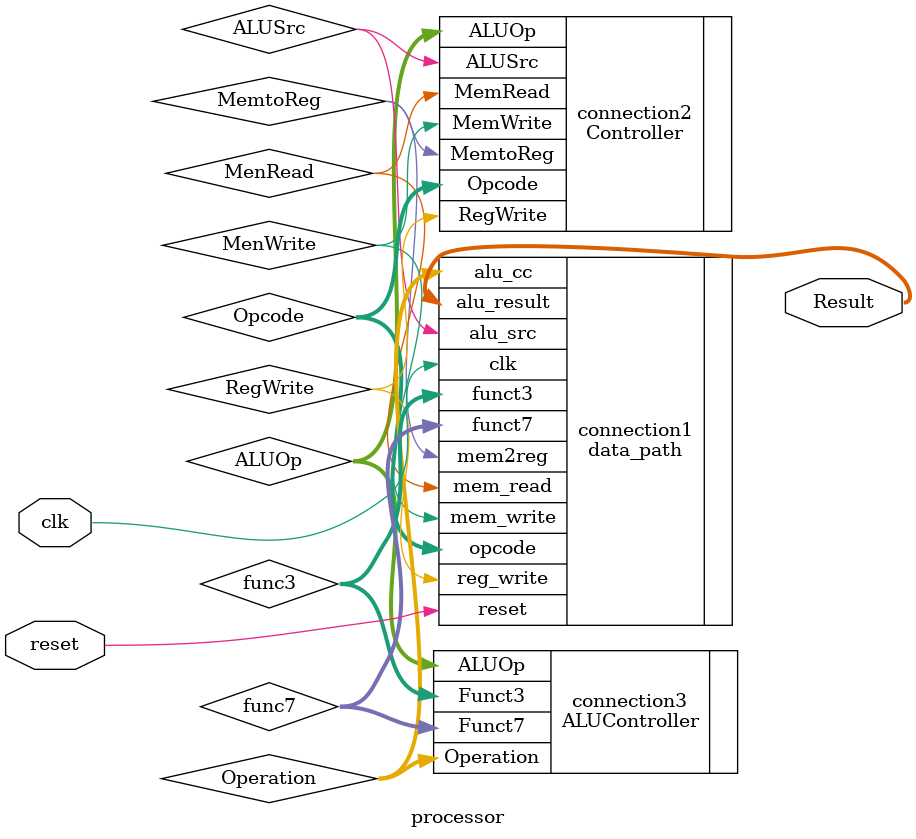
<source format=v>
`timescale 1ns / 1ps
module processor(input clk , reset ,
output [31:0] Result);
wire [2:0]func3;
wire [6:0]func7;
wire [1:0]ALUOp;
wire [3:0]Operation;
wire [6:0]Opcode;
wire RegWrite,MenWrite,ALUSrc,MenRead,MemtoReg;
data_path connection1 (.clk(clk),.reset(reset),.alu_result(Result),.reg_write(RegWrite),.mem2reg(MemtoReg),.alu_src(ALUSrc),.mem_write(MenWrite),.mem_read(MenRead),.opcode(Opcode),
.funct7(func7),.funct3(func3),.alu_cc(Operation));

Controller connection2 (.Opcode(Opcode),.ALUSrc(ALUSrc),.MemtoReg(MemtoReg),.RegWrite(RegWrite),.MemRead(MenRead), 
.MemWrite(MenWrite),.ALUOp(ALUOp));

ALUController connection3(.ALUOp(ALUOp),.Funct7(func7),.Funct3(func3),.Operation(Operation));
endmodule

</source>
